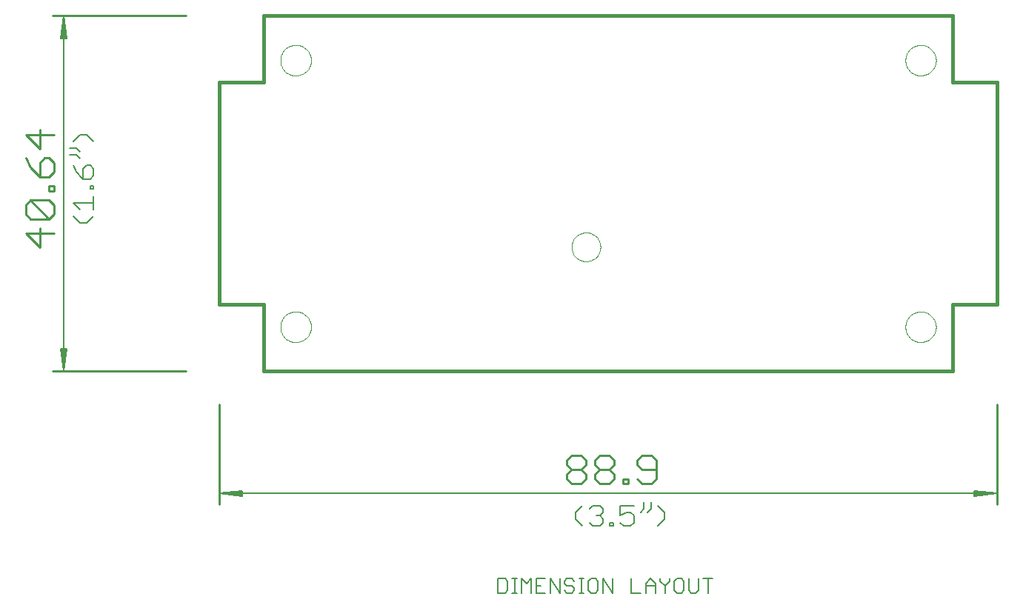
<source format=gko>
G75*
G70*
%OFA0B0*%
%FSLAX24Y24*%
%IPPOS*%
%LPD*%
%AMOC8*
5,1,8,0,0,1.08239X$1,22.5*
%
%ADD10C,0.0160*%
%ADD11C,0.0000*%
%ADD12C,0.0100*%
%ADD13C,0.0051*%
%ADD14C,0.0110*%
%ADD15C,0.0080*%
%ADD16C,0.0060*%
D10*
X011331Y026333D02*
X042331Y026333D01*
X044331Y023333D02*
X044331Y013333D01*
X042331Y010333D02*
X011331Y010333D01*
X011331Y013333D01*
X009331Y013333D01*
X009331Y023333D02*
X011331Y023333D01*
X011331Y026333D01*
X044331Y023333D02*
X042331Y023333D01*
X042331Y026333D01*
X042331Y010333D02*
X042331Y013333D01*
X044331Y013333D01*
X009331Y013333D02*
X009331Y023333D01*
D11*
X012079Y012333D02*
X012081Y012385D01*
X012087Y012437D01*
X012097Y012488D01*
X012110Y012538D01*
X012128Y012588D01*
X012149Y012635D01*
X012173Y012681D01*
X012202Y012725D01*
X012233Y012767D01*
X012267Y012806D01*
X012304Y012843D01*
X012344Y012876D01*
X012387Y012907D01*
X012431Y012934D01*
X012477Y012958D01*
X012526Y012978D01*
X012575Y012994D01*
X012626Y013007D01*
X012677Y013016D01*
X012729Y013021D01*
X012781Y013022D01*
X012833Y013019D01*
X012885Y013012D01*
X012936Y013001D01*
X012986Y012987D01*
X013035Y012968D01*
X013082Y012946D01*
X013127Y012921D01*
X013171Y012892D01*
X013212Y012860D01*
X013251Y012825D01*
X013286Y012787D01*
X013319Y012746D01*
X013349Y012704D01*
X013375Y012659D01*
X013398Y012612D01*
X013417Y012563D01*
X013433Y012513D01*
X013445Y012463D01*
X013453Y012411D01*
X013457Y012359D01*
X013457Y012307D01*
X013453Y012255D01*
X013445Y012203D01*
X013433Y012153D01*
X013417Y012103D01*
X013398Y012054D01*
X013375Y012007D01*
X013349Y011962D01*
X013319Y011920D01*
X013286Y011879D01*
X013251Y011841D01*
X013212Y011806D01*
X013171Y011774D01*
X013127Y011745D01*
X013082Y011720D01*
X013035Y011698D01*
X012986Y011679D01*
X012936Y011665D01*
X012885Y011654D01*
X012833Y011647D01*
X012781Y011644D01*
X012729Y011645D01*
X012677Y011650D01*
X012626Y011659D01*
X012575Y011672D01*
X012526Y011688D01*
X012477Y011708D01*
X012431Y011732D01*
X012387Y011759D01*
X012344Y011790D01*
X012304Y011823D01*
X012267Y011860D01*
X012233Y011899D01*
X012202Y011941D01*
X012173Y011985D01*
X012149Y012031D01*
X012128Y012078D01*
X012110Y012128D01*
X012097Y012178D01*
X012087Y012229D01*
X012081Y012281D01*
X012079Y012333D01*
X012079Y024333D02*
X012081Y024385D01*
X012087Y024437D01*
X012097Y024488D01*
X012110Y024538D01*
X012128Y024588D01*
X012149Y024635D01*
X012173Y024681D01*
X012202Y024725D01*
X012233Y024767D01*
X012267Y024806D01*
X012304Y024843D01*
X012344Y024876D01*
X012387Y024907D01*
X012431Y024934D01*
X012477Y024958D01*
X012526Y024978D01*
X012575Y024994D01*
X012626Y025007D01*
X012677Y025016D01*
X012729Y025021D01*
X012781Y025022D01*
X012833Y025019D01*
X012885Y025012D01*
X012936Y025001D01*
X012986Y024987D01*
X013035Y024968D01*
X013082Y024946D01*
X013127Y024921D01*
X013171Y024892D01*
X013212Y024860D01*
X013251Y024825D01*
X013286Y024787D01*
X013319Y024746D01*
X013349Y024704D01*
X013375Y024659D01*
X013398Y024612D01*
X013417Y024563D01*
X013433Y024513D01*
X013445Y024463D01*
X013453Y024411D01*
X013457Y024359D01*
X013457Y024307D01*
X013453Y024255D01*
X013445Y024203D01*
X013433Y024153D01*
X013417Y024103D01*
X013398Y024054D01*
X013375Y024007D01*
X013349Y023962D01*
X013319Y023920D01*
X013286Y023879D01*
X013251Y023841D01*
X013212Y023806D01*
X013171Y023774D01*
X013127Y023745D01*
X013082Y023720D01*
X013035Y023698D01*
X012986Y023679D01*
X012936Y023665D01*
X012885Y023654D01*
X012833Y023647D01*
X012781Y023644D01*
X012729Y023645D01*
X012677Y023650D01*
X012626Y023659D01*
X012575Y023672D01*
X012526Y023688D01*
X012477Y023708D01*
X012431Y023732D01*
X012387Y023759D01*
X012344Y023790D01*
X012304Y023823D01*
X012267Y023860D01*
X012233Y023899D01*
X012202Y023941D01*
X012173Y023985D01*
X012149Y024031D01*
X012128Y024078D01*
X012110Y024128D01*
X012097Y024178D01*
X012087Y024229D01*
X012081Y024281D01*
X012079Y024333D01*
X040204Y012333D02*
X040206Y012385D01*
X040212Y012437D01*
X040222Y012488D01*
X040235Y012538D01*
X040253Y012588D01*
X040274Y012635D01*
X040298Y012681D01*
X040327Y012725D01*
X040358Y012767D01*
X040392Y012806D01*
X040429Y012843D01*
X040469Y012876D01*
X040512Y012907D01*
X040556Y012934D01*
X040602Y012958D01*
X040651Y012978D01*
X040700Y012994D01*
X040751Y013007D01*
X040802Y013016D01*
X040854Y013021D01*
X040906Y013022D01*
X040958Y013019D01*
X041010Y013012D01*
X041061Y013001D01*
X041111Y012987D01*
X041160Y012968D01*
X041207Y012946D01*
X041252Y012921D01*
X041296Y012892D01*
X041337Y012860D01*
X041376Y012825D01*
X041411Y012787D01*
X041444Y012746D01*
X041474Y012704D01*
X041500Y012659D01*
X041523Y012612D01*
X041542Y012563D01*
X041558Y012513D01*
X041570Y012463D01*
X041578Y012411D01*
X041582Y012359D01*
X041582Y012307D01*
X041578Y012255D01*
X041570Y012203D01*
X041558Y012153D01*
X041542Y012103D01*
X041523Y012054D01*
X041500Y012007D01*
X041474Y011962D01*
X041444Y011920D01*
X041411Y011879D01*
X041376Y011841D01*
X041337Y011806D01*
X041296Y011774D01*
X041252Y011745D01*
X041207Y011720D01*
X041160Y011698D01*
X041111Y011679D01*
X041061Y011665D01*
X041010Y011654D01*
X040958Y011647D01*
X040906Y011644D01*
X040854Y011645D01*
X040802Y011650D01*
X040751Y011659D01*
X040700Y011672D01*
X040651Y011688D01*
X040602Y011708D01*
X040556Y011732D01*
X040512Y011759D01*
X040469Y011790D01*
X040429Y011823D01*
X040392Y011860D01*
X040358Y011899D01*
X040327Y011941D01*
X040298Y011985D01*
X040274Y012031D01*
X040253Y012078D01*
X040235Y012128D01*
X040222Y012178D01*
X040212Y012229D01*
X040206Y012281D01*
X040204Y012333D01*
X040204Y024333D02*
X040206Y024385D01*
X040212Y024437D01*
X040222Y024488D01*
X040235Y024538D01*
X040253Y024588D01*
X040274Y024635D01*
X040298Y024681D01*
X040327Y024725D01*
X040358Y024767D01*
X040392Y024806D01*
X040429Y024843D01*
X040469Y024876D01*
X040512Y024907D01*
X040556Y024934D01*
X040602Y024958D01*
X040651Y024978D01*
X040700Y024994D01*
X040751Y025007D01*
X040802Y025016D01*
X040854Y025021D01*
X040906Y025022D01*
X040958Y025019D01*
X041010Y025012D01*
X041061Y025001D01*
X041111Y024987D01*
X041160Y024968D01*
X041207Y024946D01*
X041252Y024921D01*
X041296Y024892D01*
X041337Y024860D01*
X041376Y024825D01*
X041411Y024787D01*
X041444Y024746D01*
X041474Y024704D01*
X041500Y024659D01*
X041523Y024612D01*
X041542Y024563D01*
X041558Y024513D01*
X041570Y024463D01*
X041578Y024411D01*
X041582Y024359D01*
X041582Y024307D01*
X041578Y024255D01*
X041570Y024203D01*
X041558Y024153D01*
X041542Y024103D01*
X041523Y024054D01*
X041500Y024007D01*
X041474Y023962D01*
X041444Y023920D01*
X041411Y023879D01*
X041376Y023841D01*
X041337Y023806D01*
X041296Y023774D01*
X041252Y023745D01*
X041207Y023720D01*
X041160Y023698D01*
X041111Y023679D01*
X041061Y023665D01*
X041010Y023654D01*
X040958Y023647D01*
X040906Y023644D01*
X040854Y023645D01*
X040802Y023650D01*
X040751Y023659D01*
X040700Y023672D01*
X040651Y023688D01*
X040602Y023708D01*
X040556Y023732D01*
X040512Y023759D01*
X040469Y023790D01*
X040429Y023823D01*
X040392Y023860D01*
X040358Y023899D01*
X040327Y023941D01*
X040298Y023985D01*
X040274Y024031D01*
X040253Y024078D01*
X040235Y024128D01*
X040222Y024178D01*
X040212Y024229D01*
X040206Y024281D01*
X040204Y024333D01*
X025181Y015933D02*
X025183Y015983D01*
X025189Y016033D01*
X025199Y016083D01*
X025212Y016131D01*
X025229Y016179D01*
X025250Y016225D01*
X025274Y016269D01*
X025302Y016311D01*
X025333Y016351D01*
X025367Y016388D01*
X025404Y016423D01*
X025443Y016454D01*
X025484Y016483D01*
X025528Y016508D01*
X025574Y016530D01*
X025621Y016548D01*
X025669Y016562D01*
X025718Y016573D01*
X025768Y016580D01*
X025818Y016583D01*
X025869Y016582D01*
X025919Y016577D01*
X025969Y016568D01*
X026017Y016556D01*
X026065Y016539D01*
X026111Y016519D01*
X026156Y016496D01*
X026199Y016469D01*
X026239Y016439D01*
X026277Y016406D01*
X026312Y016370D01*
X026345Y016331D01*
X026374Y016290D01*
X026400Y016247D01*
X026423Y016202D01*
X026442Y016155D01*
X026457Y016107D01*
X026469Y016058D01*
X026477Y016008D01*
X026481Y015958D01*
X026481Y015908D01*
X026477Y015858D01*
X026469Y015808D01*
X026457Y015759D01*
X026442Y015711D01*
X026423Y015664D01*
X026400Y015619D01*
X026374Y015576D01*
X026345Y015535D01*
X026312Y015496D01*
X026277Y015460D01*
X026239Y015427D01*
X026199Y015397D01*
X026156Y015370D01*
X026111Y015347D01*
X026065Y015327D01*
X026017Y015310D01*
X025969Y015298D01*
X025919Y015289D01*
X025869Y015284D01*
X025818Y015283D01*
X025768Y015286D01*
X025718Y015293D01*
X025669Y015304D01*
X025621Y015318D01*
X025574Y015336D01*
X025528Y015358D01*
X025484Y015383D01*
X025443Y015412D01*
X025404Y015443D01*
X025367Y015478D01*
X025333Y015515D01*
X025302Y015555D01*
X025274Y015597D01*
X025250Y015641D01*
X025229Y015687D01*
X025212Y015735D01*
X025199Y015783D01*
X025189Y015833D01*
X025183Y015883D01*
X025181Y015933D01*
D12*
X009331Y008833D02*
X009331Y004333D01*
X044331Y004333D02*
X044331Y008833D01*
X007831Y010333D02*
X001831Y010333D01*
X001831Y026333D02*
X007831Y026333D01*
D13*
X003118Y026333D02*
X002331Y026333D01*
X003118Y010333D02*
X002331Y010333D01*
X002331Y026333D01*
X002205Y025310D01*
X002457Y025310D01*
X002331Y026333D01*
X002280Y025310D01*
X002382Y025310D02*
X002331Y026333D01*
X002229Y025310D01*
X002433Y025310D02*
X002331Y026333D01*
X002331Y010333D02*
X002205Y011357D01*
X002457Y011357D01*
X002331Y010333D01*
X002280Y011357D01*
X002382Y011357D02*
X002331Y010333D01*
X002229Y011357D01*
X002433Y011357D02*
X002331Y010333D01*
X009331Y004833D02*
X009331Y004833D01*
X044331Y004833D02*
X044331Y004833D01*
X009331Y004833D01*
X010355Y004959D01*
X010355Y004708D01*
X009331Y004833D01*
X010355Y004885D01*
X010355Y004782D02*
X009331Y004833D01*
X010355Y004936D01*
X010355Y004731D02*
X009331Y004833D01*
X044331Y004833D02*
X043307Y004959D01*
X043307Y004708D01*
X044331Y004833D01*
X043307Y004885D01*
X043307Y004782D02*
X044331Y004833D01*
X043307Y004936D01*
X043307Y004731D02*
X044331Y004833D01*
D14*
X001882Y016556D02*
X000613Y016556D01*
X001248Y015921D01*
X001248Y016767D01*
X001671Y017190D02*
X000825Y017190D01*
X000613Y017402D01*
X000613Y017825D01*
X000825Y018036D01*
X001671Y018036D01*
X001882Y017825D01*
X001882Y017402D01*
X001671Y017190D01*
X000825Y018036D01*
X001882Y018459D02*
X001671Y018459D01*
X001671Y018671D01*
X001882Y018671D01*
X001882Y018459D01*
X000613Y019939D02*
X000825Y019516D01*
X001248Y019093D01*
X001671Y019093D01*
X001882Y019305D01*
X001882Y019728D01*
X001671Y019939D01*
X001459Y019939D01*
X001248Y019728D01*
X001248Y019093D01*
X001882Y020997D02*
X000613Y020997D01*
X001248Y020362D01*
X001248Y021208D01*
X024967Y006340D02*
X025179Y006551D01*
X025602Y006551D01*
X025813Y006340D01*
X025813Y006128D01*
X025602Y005917D01*
X025813Y005705D01*
X025813Y005494D01*
X025602Y005282D01*
X025179Y005282D01*
X024967Y005494D01*
X024967Y005705D01*
X025179Y005917D01*
X024967Y006128D01*
X024967Y006340D01*
X025179Y005917D02*
X025602Y005917D01*
X026236Y006340D02*
X026448Y006551D01*
X026871Y006551D01*
X027082Y006340D01*
X027082Y006128D01*
X026871Y005917D01*
X027082Y005705D01*
X027082Y005494D01*
X026871Y005282D01*
X026448Y005282D01*
X026236Y005494D01*
X026236Y005705D01*
X026448Y005917D01*
X026236Y006128D01*
X026236Y006340D01*
X026448Y005917D02*
X026871Y005917D01*
X027505Y005282D02*
X027505Y005494D01*
X027716Y005494D01*
X027716Y005282D01*
X027505Y005282D01*
X028139Y005494D02*
X028351Y005282D01*
X028774Y005282D01*
X028985Y005494D01*
X028985Y006340D01*
X028774Y006551D01*
X028351Y006551D01*
X028139Y006340D01*
X028139Y006128D01*
X028351Y005917D01*
X028985Y005917D01*
D15*
X003666Y017305D02*
X003359Y016998D01*
X003052Y016998D01*
X002745Y017305D01*
X003052Y017612D02*
X002745Y017919D01*
X003666Y017919D01*
X003666Y017612D02*
X003666Y018226D01*
X003666Y018533D02*
X003513Y018533D01*
X003513Y018686D01*
X003666Y018686D01*
X003666Y018533D01*
X002745Y019607D02*
X002899Y019300D01*
X003206Y018993D01*
X003513Y018993D01*
X003666Y019147D01*
X003666Y019454D01*
X003513Y019607D01*
X003359Y019607D01*
X003206Y019454D01*
X003206Y018993D01*
X002592Y020068D02*
X002899Y020068D01*
X003052Y019914D01*
X002592Y020375D02*
X002899Y020375D01*
X003052Y020221D01*
X003666Y020681D02*
X003359Y020988D01*
X003052Y020988D01*
X002745Y020681D01*
X025678Y003373D02*
X025371Y003680D01*
X025371Y003987D01*
X025678Y004294D01*
X025985Y004141D02*
X026138Y004294D01*
X026445Y004294D01*
X026599Y004141D01*
X026599Y003987D01*
X026445Y003834D01*
X026292Y003834D01*
X026445Y003834D02*
X026599Y003680D01*
X026599Y003527D01*
X026445Y003373D01*
X026138Y003373D01*
X025985Y003527D01*
X026906Y003373D02*
X026906Y003527D01*
X027059Y003527D01*
X027059Y003373D01*
X026906Y003373D01*
X027980Y004294D02*
X027366Y004294D01*
X027366Y003834D01*
X027673Y003987D01*
X027826Y003987D01*
X027980Y003834D01*
X027980Y003527D01*
X027826Y003373D01*
X027519Y003373D01*
X027366Y003527D01*
X028440Y004448D02*
X028440Y004141D01*
X028287Y003987D01*
X028747Y004448D02*
X028747Y004141D01*
X028594Y003987D01*
X029054Y003373D02*
X029361Y003680D01*
X029361Y003987D01*
X029054Y004294D01*
D16*
X021861Y001004D02*
X021861Y000363D01*
X022181Y000363D01*
X022288Y000470D01*
X022288Y000897D01*
X022181Y001004D01*
X021861Y001004D01*
X022506Y000363D02*
X022719Y000363D01*
X022612Y000363D02*
X022612Y001004D01*
X022506Y001004D02*
X022719Y001004D01*
X022935Y000363D02*
X022935Y001004D01*
X023149Y000790D01*
X023362Y001004D01*
X023362Y000363D01*
X024007Y001004D02*
X023580Y001004D01*
X023580Y000363D01*
X024007Y000363D01*
X023793Y000684D02*
X023580Y000684D01*
X024224Y000363D02*
X024224Y001004D01*
X024651Y000363D01*
X024651Y001004D01*
X025296Y000897D02*
X025189Y001004D01*
X024976Y001004D01*
X024869Y000897D01*
X024869Y000790D01*
X024976Y000684D01*
X025189Y000684D01*
X025296Y000577D01*
X025296Y000470D01*
X025189Y000363D01*
X024976Y000363D01*
X024869Y000470D01*
X025513Y000363D02*
X025727Y000363D01*
X025620Y000363D02*
X025620Y001004D01*
X025513Y001004D02*
X025727Y001004D01*
X026263Y001004D02*
X026050Y001004D01*
X025943Y000897D01*
X025943Y000470D01*
X026050Y000363D01*
X026263Y000363D01*
X026370Y000470D01*
X026370Y000897D01*
X026263Y001004D01*
X026588Y000363D02*
X026588Y001004D01*
X027015Y000363D01*
X027015Y001004D01*
X027877Y001004D02*
X027877Y000363D01*
X028304Y000363D01*
X028521Y000363D02*
X028521Y000790D01*
X028735Y001004D01*
X028948Y000790D01*
X028948Y000363D01*
X028948Y000684D02*
X028521Y000684D01*
X029166Y001004D02*
X029166Y000897D01*
X029379Y000684D01*
X029593Y000897D01*
X029593Y001004D01*
X029379Y000684D02*
X029379Y000363D01*
X030131Y001004D02*
X029917Y001004D01*
X029810Y000897D01*
X029810Y000470D01*
X029917Y000363D01*
X030131Y000363D01*
X030237Y000470D01*
X030237Y000897D01*
X030131Y001004D01*
X030455Y001004D02*
X030455Y000470D01*
X030562Y000363D01*
X030775Y000363D01*
X030882Y000470D01*
X030882Y001004D01*
X031313Y001004D02*
X031313Y000363D01*
X031100Y001004D02*
X031527Y001004D01*
M02*

</source>
